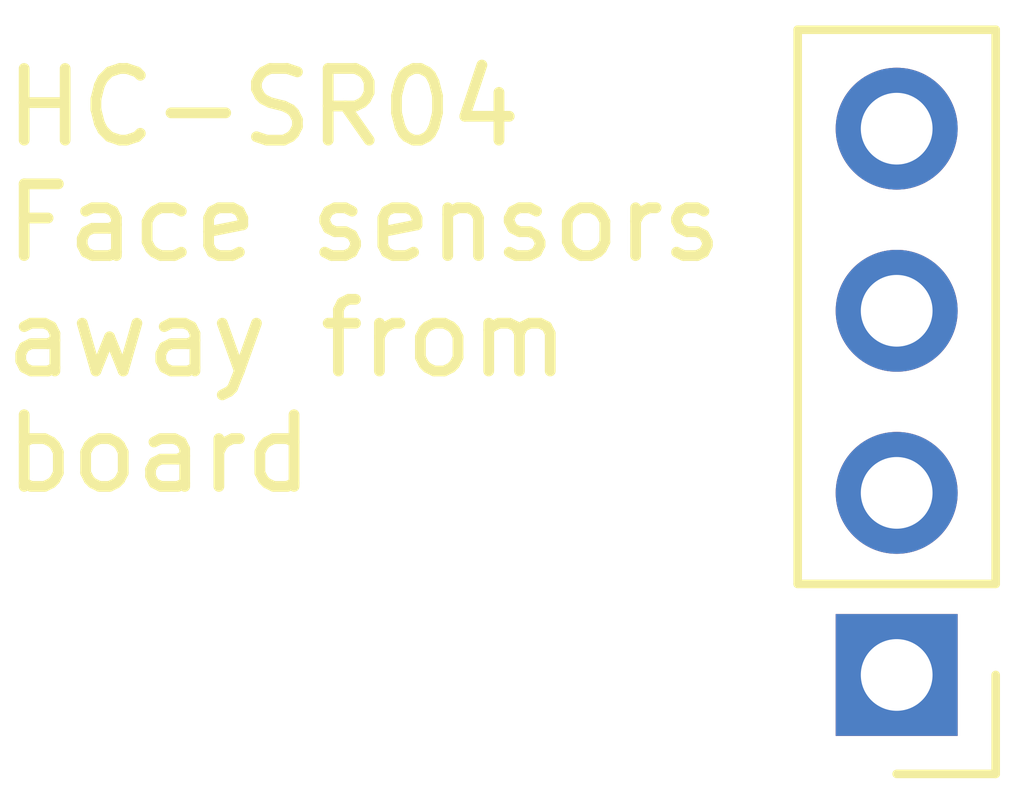
<source format=kicad_pcb>
(kicad_pcb (version 20241229) (generator "pcbnew") (generator_version "9.0")
  (layers (0 "F.Cu" signal) (4 "In1.Cu" signal) (6 "In2.Cu" signal) (2 "B.Cu" signal) (13 "F.Paste" user) (15 "B.Paste" user) (5 "F.SilkS" user "F.Silkscreen") (7 "B.SilkS" user "B.Silkscreen") (1 "F.Mask" user) (3 "B.Mask" user) (25 "Edge.Cuts" user))
  (net 0 "")
  (net 1 "/TRIG")
  (net 2 "/GND")
  (net 3 "/ECHO")
  (net 4 "/VCC")
  (footprint "Connector_PinHeader_2.54mm:PinHeader_1x04_P2.54mm_Vertical" (layer "F.Cu") (at 198.45 40.95 180)
    (property "Reference" "J1" (hide yes))
    (property "Value" "HC-SR04 connector" (hide yes))
    (fp_line (start 1.38 1.27) (end 1.38 9) (stroke (width 0.12)) (layer "F.SilkS"))
    (fp_line (start -1.38 9) (end 1.38 9) (stroke (width 0.12)) (layer "F.SilkS"))
    (fp_line (start -1.38 1.27) (end 1.38 1.27) (stroke (width 0.12)) (layer "F.SilkS"))
    (fp_line (start -1.38 1.27) (end -1.38 9) (stroke (width 0.12)) (layer "F.SilkS"))
    (fp_line (start -1.38 0) (end -1.38 -1.38) (stroke (width 0.12)) (layer "F.SilkS"))
    (fp_line (start -1.38 -1.38) (end 0 -1.38) (stroke (width 0.12)) (layer "F.SilkS"))
    (pad "1" thru_hole rect (at 0 0 180) (size 1.7 1.7) (drill 1) (layers "*.Cu" "*.Mask") (net 4 "/VCC"))
    (pad "2" thru_hole circle (at 0 2.54 180) (size 1.7 1.7) (drill 1) (layers "*.Cu" "*.Mask") (net 1 "/TRIG"))
    (pad "3" thru_hole circle (at 0 5.08 180) (size 1.7 1.7) (drill 1) (layers "*.Cu" "*.Mask") (net 3 "/ECHO"))
    (pad "4" thru_hole circle (at 0 7.62 180) (size 1.7 1.7) (drill 1) (layers "*.Cu" "*.Mask") (net 2 "/GND"))
  )
  (gr_text "HC-SR04\nFace sensors\naway from\nboard" (at 185.95 38.45 0) (layer "F.SilkS") (effects (font (size 1 1)) (justify left bottom)))
)
</source>
